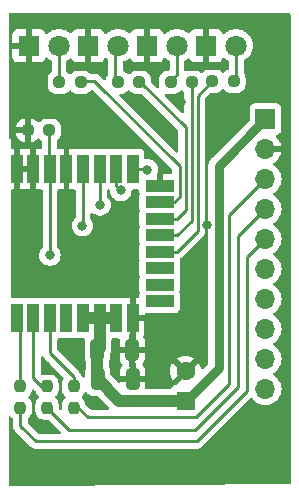
<source format=gtl>
%TF.GenerationSoftware,KiCad,Pcbnew,7.0.10*%
%TF.CreationDate,2024-03-15T22:51:05-04:00*%
%TF.ProjectId,DW1000 BU-01,44573130-3030-4204-9255-2d30312e6b69,rev?*%
%TF.SameCoordinates,Original*%
%TF.FileFunction,Copper,L1,Top*%
%TF.FilePolarity,Positive*%
%FSLAX46Y46*%
G04 Gerber Fmt 4.6, Leading zero omitted, Abs format (unit mm)*
G04 Created by KiCad (PCBNEW 7.0.10) date 2024-03-15 22:51:05*
%MOMM*%
%LPD*%
G01*
G04 APERTURE LIST*
G04 Aperture macros list*
%AMRoundRect*
0 Rectangle with rounded corners*
0 $1 Rounding radius*
0 $2 $3 $4 $5 $6 $7 $8 $9 X,Y pos of 4 corners*
0 Add a 4 corners polygon primitive as box body*
4,1,4,$2,$3,$4,$5,$6,$7,$8,$9,$2,$3,0*
0 Add four circle primitives for the rounded corners*
1,1,$1+$1,$2,$3*
1,1,$1+$1,$4,$5*
1,1,$1+$1,$6,$7*
1,1,$1+$1,$8,$9*
0 Add four rect primitives between the rounded corners*
20,1,$1+$1,$2,$3,$4,$5,0*
20,1,$1+$1,$4,$5,$6,$7,0*
20,1,$1+$1,$6,$7,$8,$9,0*
20,1,$1+$1,$8,$9,$2,$3,0*%
G04 Aperture macros list end*
%TA.AperFunction,SMDPad,CuDef*%
%ADD10RoundRect,0.237500X0.250000X0.237500X-0.250000X0.237500X-0.250000X-0.237500X0.250000X-0.237500X0*%
%TD*%
%TA.AperFunction,ComponentPad*%
%ADD11R,1.800000X1.800000*%
%TD*%
%TA.AperFunction,ComponentPad*%
%ADD12C,1.800000*%
%TD*%
%TA.AperFunction,SMDPad,CuDef*%
%ADD13RoundRect,0.250000X-0.325000X-0.650000X0.325000X-0.650000X0.325000X0.650000X-0.325000X0.650000X0*%
%TD*%
%TA.AperFunction,SMDPad,CuDef*%
%ADD14RoundRect,0.237500X-0.237500X0.250000X-0.237500X-0.250000X0.237500X-0.250000X0.237500X0.250000X0*%
%TD*%
%TA.AperFunction,ComponentPad*%
%ADD15R,1.700000X1.700000*%
%TD*%
%TA.AperFunction,ComponentPad*%
%ADD16O,1.700000X1.700000*%
%TD*%
%TA.AperFunction,ComponentPad*%
%ADD17R,1.600000X1.600000*%
%TD*%
%TA.AperFunction,ComponentPad*%
%ADD18C,1.600000*%
%TD*%
%TA.AperFunction,SMDPad,CuDef*%
%ADD19R,1.000000X2.450000*%
%TD*%
%TA.AperFunction,SMDPad,CuDef*%
%ADD20R,2.450000X1.000000*%
%TD*%
%TA.AperFunction,SMDPad,CuDef*%
%ADD21RoundRect,0.237500X-0.250000X-0.237500X0.250000X-0.237500X0.250000X0.237500X-0.250000X0.237500X0*%
%TD*%
%TA.AperFunction,ViaPad*%
%ADD22C,0.800000*%
%TD*%
%TA.AperFunction,Conductor*%
%ADD23C,1.000000*%
%TD*%
%TA.AperFunction,Conductor*%
%ADD24C,0.750000*%
%TD*%
%TA.AperFunction,Conductor*%
%ADD25C,0.250000*%
%TD*%
G04 APERTURE END LIST*
D10*
%TO.P,R5,1*%
%TO.N,Net-(DWM1-IRQ{slash}GPIO8)*%
X3198500Y-10160000D03*
%TO.P,R5,2*%
%TO.N,GND*%
X1373500Y-10160000D03*
%TD*%
D11*
%TO.P,D4,1,K*%
%TO.N,GND*%
X16475000Y-3000000D03*
D12*
%TO.P,D4,2,A*%
%TO.N,Net-(D4-A)*%
X19015000Y-3000000D03*
%TD*%
D13*
%TO.P,C2,1*%
%TO.N,+3.3V*%
X7275000Y-28750000D03*
%TO.P,C2,2*%
%TO.N,GND*%
X10225000Y-28750000D03*
%TD*%
D11*
%TO.P,D3,1,K*%
%TO.N,GND*%
X11475000Y-3000000D03*
D12*
%TO.P,D3,2,A*%
%TO.N,Net-(D3-A)*%
X14015000Y-3000000D03*
%TD*%
D13*
%TO.P,C1,1*%
%TO.N,+3.3V*%
X7300000Y-31250000D03*
%TO.P,C1,2*%
%TO.N,GND*%
X10250000Y-31250000D03*
%TD*%
D14*
%TO.P,R7,1*%
%TO.N,WAKEUP*%
X3000000Y-31837500D03*
%TO.P,R7,2*%
%TO.N,Net-(J1-Pin_4)*%
X3000000Y-33662500D03*
%TD*%
D15*
%TO.P,J1,1,Pin_1*%
%TO.N,+3.3V*%
X21500000Y-9210000D03*
D16*
%TO.P,J1,2,Pin_2*%
%TO.N,GND*%
X21500000Y-11750000D03*
%TO.P,J1,3,Pin_3*%
%TO.N,Net-(J1-Pin_3)*%
X21500000Y-14290000D03*
%TO.P,J1,4,Pin_4*%
%TO.N,Net-(J1-Pin_4)*%
X21500000Y-16830000D03*
%TO.P,J1,5,Pin_5*%
%TO.N,Net-(J1-Pin_5)*%
X21500000Y-19370000D03*
%TO.P,J1,6,Pin_6*%
%TO.N,Net-(DWM1-SPICSn)*%
X21500000Y-21910000D03*
%TO.P,J1,7,Pin_7*%
%TO.N,Net-(DWM1-SPIMOSI)*%
X21500000Y-24450000D03*
%TO.P,J1,8,Pin_8*%
%TO.N,Net-(DWM1-SPIMISO)*%
X21500000Y-26990000D03*
%TO.P,J1,9,Pin_9*%
%TO.N,Net-(DWM1-SPICLK)*%
X21500000Y-29530000D03*
%TO.P,J1,10,Pin_10*%
%TO.N,Net-(DWM1-IRQ{slash}GPIO8)*%
X21500000Y-32070000D03*
%TD*%
D11*
%TO.P,D1,1,K*%
%TO.N,GND*%
X1475000Y-3000000D03*
D12*
%TO.P,D1,2,A*%
%TO.N,Net-(D1-A)*%
X4015000Y-3000000D03*
%TD*%
D10*
%TO.P,R3,1*%
%TO.N,Net-(DWM1-GPIO2{slash}RXLED)*%
X15287000Y-6096000D03*
%TO.P,R3,2*%
%TO.N,Net-(D3-A)*%
X13462000Y-6096000D03*
%TD*%
D17*
%TO.P,C3,1*%
%TO.N,+3.3V*%
X14732000Y-33059380D03*
D18*
%TO.P,C3,2*%
%TO.N,GND*%
X14732000Y-30559380D03*
%TD*%
D19*
%TO.P,DWM1,1,EXTON*%
%TO.N,EXTON*%
X451200Y-26050000D03*
%TO.P,DWM1,2,WAKEUP*%
%TO.N,WAKEUP*%
X1851200Y-26050000D03*
%TO.P,DWM1,3,RSTn*%
%TO.N,RSTn*%
X3251200Y-26050000D03*
%TO.P,DWM1,4,GPIO7*%
%TO.N,unconnected-(DWM1-GPIO7-Pad4)*%
X4651200Y-26050000D03*
%TO.P,DWM1,5,VDDAON*%
%TO.N,+3.3V*%
X6051200Y-26050000D03*
%TO.P,DWM1,6,VDD3V3*%
X7451200Y-26050000D03*
%TO.P,DWM1,7,VDD3V3*%
X8851200Y-26050000D03*
%TO.P,DWM1,8,VSS*%
%TO.N,GND*%
X10251200Y-26050000D03*
D20*
%TO.P,DWM1,9,GPIO6/EXTRXE/SPIHA*%
%TO.N,unconnected-(DWM1-GPIO6{slash}EXTRXE{slash}SPIHA-Pad9)*%
X12546200Y-24650000D03*
%TO.P,DWM1,10,GPIO5/EXTTXE/SPIPOL*%
%TO.N,unconnected-(DWM1-GPIO5{slash}EXTTXE{slash}SPIPOL-Pad10)*%
X12546200Y-23250000D03*
%TO.P,DWM1,11,GPIO4/EXTPA*%
%TO.N,unconnected-(DWM1-GPIO4{slash}EXTPA-Pad11)*%
X12546200Y-21850000D03*
%TO.P,DWM1,12,GPIO3/TXLED*%
%TO.N,Net-(DWM1-GPIO3{slash}TXLED)*%
X12546200Y-20450000D03*
%TO.P,DWM1,13,GPIO2/RXLED*%
%TO.N,Net-(DWM1-GPIO2{slash}RXLED)*%
X12546200Y-19050000D03*
%TO.P,DWM1,14,GPIO1/SFDLED*%
%TO.N,Net-(DWM1-GPIO1{slash}SFDLED)*%
X12546200Y-17650000D03*
%TO.P,DWM1,15,GPIO0/RXOKLED*%
%TO.N,Net-(DWM1-GPIO0{slash}RXOKLED)*%
X12546200Y-16250000D03*
%TO.P,DWM1,16,VSS*%
%TO.N,GND*%
X12546200Y-14850000D03*
D19*
%TO.P,DWM1,17,SPICSn*%
%TO.N,Net-(DWM1-SPICSn)*%
X10250000Y-13450000D03*
%TO.P,DWM1,18,SPIMOSI*%
%TO.N,Net-(DWM1-SPIMOSI)*%
X8850000Y-13450000D03*
%TO.P,DWM1,19,SPIMISO*%
%TO.N,Net-(DWM1-SPIMISO)*%
X7451200Y-13450000D03*
%TO.P,DWM1,20,SPICLK*%
%TO.N,Net-(DWM1-SPICLK)*%
X6051200Y-13450000D03*
%TO.P,DWM1,21,VSS*%
%TO.N,GND*%
X4651200Y-13450000D03*
%TO.P,DWM1,22,IRQ/GPIO8*%
%TO.N,Net-(DWM1-IRQ{slash}GPIO8)*%
X3251200Y-13450000D03*
%TO.P,DWM1,23,VSS*%
%TO.N,GND*%
X1851200Y-13450000D03*
%TO.P,DWM1,24,VSS*%
X451200Y-13450000D03*
%TD*%
D11*
%TO.P,D2,1,K*%
%TO.N,GND*%
X6475000Y-3000000D03*
D12*
%TO.P,D2,2,A*%
%TO.N,Net-(D2-A)*%
X9015000Y-3000000D03*
%TD*%
D10*
%TO.P,R2,1*%
%TO.N,Net-(DWM1-GPIO1{slash}SFDLED)*%
X10818500Y-6096000D03*
%TO.P,R2,2*%
%TO.N,Net-(D2-A)*%
X8993500Y-6096000D03*
%TD*%
D21*
%TO.P,R4,1*%
%TO.N,Net-(DWM1-GPIO3{slash}TXLED)*%
X16994500Y-6000000D03*
%TO.P,R4,2*%
%TO.N,Net-(D4-A)*%
X18819500Y-6000000D03*
%TD*%
D10*
%TO.P,R1,1*%
%TO.N,Net-(DWM1-GPIO0{slash}RXOKLED)*%
X5865500Y-6096000D03*
%TO.P,R1,2*%
%TO.N,Net-(D1-A)*%
X4040500Y-6096000D03*
%TD*%
D14*
%TO.P,R6,1*%
%TO.N,EXTON*%
X750000Y-31837500D03*
%TO.P,R6,2*%
%TO.N,Net-(J1-Pin_5)*%
X750000Y-33662500D03*
%TD*%
%TO.P,R8,1*%
%TO.N,RSTn*%
X5250000Y-31837500D03*
%TO.P,R8,2*%
%TO.N,Net-(J1-Pin_3)*%
X5250000Y-33662500D03*
%TD*%
D22*
%TO.N,GND*%
X14351000Y-7747000D03*
X14859000Y-21590000D03*
X19500000Y-38500000D03*
X2921000Y-30099000D03*
X15875000Y-20066000D03*
X6858000Y-33274000D03*
X14605000Y-23876000D03*
X13000000Y-38500000D03*
X2667000Y-35179000D03*
X16510000Y-18161000D03*
X11938000Y-8890000D03*
X4572000Y-28575000D03*
X6750000Y-38500000D03*
%TO.N,Net-(DWM1-SPICSn)*%
X11500000Y-13500000D03*
%TO.N,Net-(DWM1-SPIMOSI)*%
X9250000Y-15250000D03*
%TO.N,Net-(DWM1-SPIMISO)*%
X7500000Y-16500000D03*
%TO.N,Net-(DWM1-SPICLK)*%
X6000000Y-18250000D03*
%TO.N,Net-(DWM1-IRQ{slash}GPIO8)*%
X3250000Y-20750000D03*
%TD*%
D23*
%TO.N,+3.3V*%
X7275000Y-28750000D02*
X7275000Y-31225000D01*
X7451200Y-26050000D02*
X7451200Y-28573800D01*
X6051200Y-26050000D02*
X7451200Y-26050000D01*
X7275000Y-31225000D02*
X7300000Y-31250000D01*
X7300000Y-31250000D02*
X9109380Y-33059380D01*
D24*
X17526000Y-30265380D02*
X14732000Y-33059380D01*
D23*
X8851200Y-26050000D02*
X7451200Y-26050000D01*
D24*
X17526000Y-13184000D02*
X17526000Y-30265380D01*
D23*
X9109380Y-33059380D02*
X14732000Y-33059380D01*
X7451200Y-28573800D02*
X7275000Y-28750000D01*
D24*
X21500000Y-9210000D02*
X17526000Y-13184000D01*
D25*
%TO.N,GND*%
X2085000Y-13216200D02*
X1851200Y-13450000D01*
%TO.N,Net-(D1-A)*%
X4015000Y-3000000D02*
X4015000Y-5930000D01*
X4015000Y-5930000D02*
X4085000Y-6000000D01*
%TO.N,Net-(D2-A)*%
X8775000Y-3240000D02*
X8775000Y-6000000D01*
X9015000Y-3000000D02*
X8775000Y-3240000D01*
%TO.N,Net-(D3-A)*%
X14015000Y-5416000D02*
X13462000Y-5969000D01*
X14015000Y-3000000D02*
X14015000Y-5416000D01*
%TO.N,Net-(D4-A)*%
X19015000Y-5945000D02*
X19070000Y-6000000D01*
X18430000Y-6000000D02*
X18430000Y-6070000D01*
X19015000Y-3000000D02*
X19015000Y-5945000D01*
%TO.N,EXTON*%
X750000Y-31837500D02*
X750000Y-26348800D01*
X750000Y-26348800D02*
X451200Y-26050000D01*
%TO.N,WAKEUP*%
X2525000Y-31837500D02*
X3000000Y-31837500D01*
X1851200Y-31163700D02*
X2525000Y-31837500D01*
X1851200Y-26050000D02*
X1851200Y-31163700D01*
%TO.N,RSTn*%
X3251200Y-26050000D02*
X3251200Y-29026505D01*
X5250000Y-31025305D02*
X5250000Y-31837500D01*
X3251200Y-29026505D02*
X5250000Y-31025305D01*
%TO.N,Net-(DWM1-GPIO3{slash}TXLED)*%
X14021200Y-20450000D02*
X15748000Y-18723200D01*
X12546200Y-20450000D02*
X14021200Y-20450000D01*
X15748000Y-18723200D02*
X15748000Y-7246500D01*
X15748000Y-7246500D02*
X16994500Y-6000000D01*
%TO.N,Net-(DWM1-GPIO2{slash}RXLED)*%
X15287000Y-5969000D02*
X15240000Y-6016000D01*
X15240000Y-17831200D02*
X14021200Y-19050000D01*
X14021200Y-19050000D02*
X12546200Y-19050000D01*
X15240000Y-6016000D02*
X15240000Y-17831200D01*
%TO.N,Net-(DWM1-GPIO1{slash}SFDLED)*%
X14021200Y-17650000D02*
X12546200Y-17650000D01*
X14732000Y-16939200D02*
X14021200Y-17650000D01*
X14732000Y-9882500D02*
X14732000Y-16939200D01*
X10818500Y-5969000D02*
X14732000Y-9882500D01*
%TO.N,Net-(DWM1-GPIO0{slash}RXOKLED)*%
X14224000Y-15776000D02*
X13750000Y-16250000D01*
X14224000Y-13224000D02*
X14224000Y-15776000D01*
X5865500Y-6000000D02*
X7000000Y-6000000D01*
X13750000Y-16250000D02*
X12546200Y-16250000D01*
X7000000Y-6000000D02*
X14224000Y-13224000D01*
%TO.N,Net-(DWM1-SPICSn)*%
X11450000Y-13450000D02*
X11500000Y-13500000D01*
X10250000Y-13450000D02*
X11450000Y-13450000D01*
%TO.N,Net-(DWM1-SPIMOSI)*%
X8850000Y-13450000D02*
X8850000Y-14850000D01*
X8850000Y-14850000D02*
X9250000Y-15250000D01*
%TO.N,Net-(DWM1-SPIMISO)*%
X7451200Y-13450000D02*
X7451200Y-16451200D01*
X7451200Y-16451200D02*
X7500000Y-16500000D01*
%TO.N,Net-(DWM1-SPICLK)*%
X6051200Y-13450000D02*
X6051200Y-18198800D01*
X6051200Y-18198800D02*
X6000000Y-18250000D01*
%TO.N,Net-(DWM1-IRQ{slash}GPIO8)*%
X3198500Y-10160000D02*
X3198500Y-13397300D01*
X3251200Y-13450000D02*
X3251200Y-20748800D01*
X3251200Y-20748800D02*
X3250000Y-20750000D01*
X3198500Y-13397300D02*
X3251200Y-13450000D01*
%TO.N,Net-(J1-Pin_3)*%
X5250000Y-33662500D02*
X5662500Y-33662500D01*
X15594380Y-34447000D02*
X18415000Y-31626380D01*
X5662500Y-33662500D02*
X6447000Y-34447000D01*
X18415000Y-31626380D02*
X18415000Y-17375000D01*
X18415000Y-17375000D02*
X21500000Y-14290000D01*
X6447000Y-34447000D02*
X15594380Y-34447000D01*
%TO.N,Net-(J1-Pin_4)*%
X3000000Y-33662500D02*
X4837500Y-35500000D01*
X19177000Y-31877000D02*
X19177000Y-19153000D01*
X19177000Y-19153000D02*
X21500000Y-16830000D01*
X15554000Y-35500000D02*
X19177000Y-31877000D01*
X4837500Y-35500000D02*
X15554000Y-35500000D01*
%TO.N,Net-(J1-Pin_5)*%
X2083000Y-36500000D02*
X15697000Y-36500000D01*
X750000Y-35167000D02*
X2083000Y-36500000D01*
X15697000Y-36500000D02*
X19939000Y-32258000D01*
X750000Y-33662500D02*
X750000Y-35167000D01*
X19939000Y-20931000D02*
X21500000Y-19370000D01*
X19939000Y-32258000D02*
X19939000Y-20931000D01*
%TD*%
%TA.AperFunction,Conductor*%
%TO.N,GND*%
G36*
X9949334Y-6773870D02*
G01*
X9993681Y-6802371D01*
X10107650Y-6916340D01*
X10254484Y-7006908D01*
X10418247Y-7061174D01*
X10519323Y-7071500D01*
X10985047Y-7071499D01*
X11052086Y-7091183D01*
X11072728Y-7107818D01*
X14070181Y-10105271D01*
X14103666Y-10166594D01*
X14106500Y-10192952D01*
X14106500Y-11922547D01*
X14086815Y-11989586D01*
X14034011Y-12035341D01*
X13964853Y-12045285D01*
X13901297Y-12016260D01*
X13894819Y-12010228D01*
X9167771Y-7283180D01*
X9134286Y-7221857D01*
X9139270Y-7152165D01*
X9181142Y-7096232D01*
X9246606Y-7071815D01*
X9255452Y-7071499D01*
X9292670Y-7071499D01*
X9292676Y-7071499D01*
X9393753Y-7061174D01*
X9557516Y-7006908D01*
X9704350Y-6916340D01*
X9818319Y-6802371D01*
X9879642Y-6768886D01*
X9949334Y-6773870D01*
G37*
%TD.AperFunction*%
%TA.AperFunction,Conductor*%
G36*
X14417834Y-6773870D02*
G01*
X14462181Y-6802371D01*
X14578181Y-6918371D01*
X14611666Y-6979694D01*
X14614500Y-7006052D01*
X14614500Y-8581047D01*
X14594815Y-8648086D01*
X14542011Y-8693841D01*
X14472853Y-8703785D01*
X14409297Y-8674760D01*
X14402819Y-8668728D01*
X13011406Y-7277315D01*
X12977921Y-7215992D01*
X12982905Y-7146300D01*
X13024777Y-7090367D01*
X13090241Y-7065950D01*
X13111687Y-7066275D01*
X13162823Y-7071500D01*
X13761176Y-7071499D01*
X13761184Y-7071498D01*
X13761187Y-7071498D01*
X13816530Y-7065844D01*
X13862253Y-7061174D01*
X14026016Y-7006908D01*
X14172850Y-6916340D01*
X14286819Y-6802371D01*
X14348142Y-6768886D01*
X14417834Y-6773870D01*
G37*
%TD.AperFunction*%
%TA.AperFunction,Conductor*%
G36*
X11277547Y-3410016D02*
G01*
X11407173Y-3450000D01*
X11508724Y-3450000D01*
X11609138Y-3434865D01*
X11725000Y-3379068D01*
X11725000Y-4400000D01*
X12422828Y-4400000D01*
X12422844Y-4399999D01*
X12482372Y-4393598D01*
X12482379Y-4393596D01*
X12617086Y-4343354D01*
X12617093Y-4343350D01*
X12732187Y-4257190D01*
X12732190Y-4257187D01*
X12818350Y-4142093D01*
X12818355Y-4142084D01*
X12847075Y-4065081D01*
X12888945Y-4009147D01*
X12954409Y-3984729D01*
X13022682Y-3999580D01*
X13054484Y-4024428D01*
X13063216Y-4033913D01*
X13063219Y-4033915D01*
X13063222Y-4033918D01*
X13246365Y-4176464D01*
X13246376Y-4176471D01*
X13324517Y-4218759D01*
X13374108Y-4267978D01*
X13389500Y-4327814D01*
X13389500Y-4996500D01*
X13369815Y-5063539D01*
X13317011Y-5109294D01*
X13265501Y-5120500D01*
X13162831Y-5120500D01*
X13162812Y-5120501D01*
X13061747Y-5130825D01*
X12897984Y-5185092D01*
X12897981Y-5185093D01*
X12751148Y-5275661D01*
X12629161Y-5397648D01*
X12538593Y-5544481D01*
X12538592Y-5544484D01*
X12484326Y-5708247D01*
X12484326Y-5708248D01*
X12484325Y-5708248D01*
X12474000Y-5809315D01*
X12474000Y-6382669D01*
X12474002Y-6382689D01*
X12479224Y-6433813D01*
X12466454Y-6502505D01*
X12418573Y-6553389D01*
X12350782Y-6570309D01*
X12284606Y-6547892D01*
X12268185Y-6534094D01*
X11842818Y-6108727D01*
X11809333Y-6047404D01*
X11806499Y-6021046D01*
X11806499Y-5809330D01*
X11806498Y-5809313D01*
X11796174Y-5708247D01*
X11765676Y-5616212D01*
X11741908Y-5544484D01*
X11651340Y-5397650D01*
X11529350Y-5275660D01*
X11418500Y-5207287D01*
X11382518Y-5185093D01*
X11382513Y-5185091D01*
X11335574Y-5169537D01*
X11218753Y-5130826D01*
X11218751Y-5130825D01*
X11117678Y-5120500D01*
X10519330Y-5120500D01*
X10519312Y-5120501D01*
X10418247Y-5130825D01*
X10254484Y-5185092D01*
X10254481Y-5185093D01*
X10107648Y-5275661D01*
X9993681Y-5389629D01*
X9932358Y-5423114D01*
X9862666Y-5418130D01*
X9818319Y-5389629D01*
X9704351Y-5275661D01*
X9704350Y-5275660D01*
X9557516Y-5185092D01*
X9557514Y-5185091D01*
X9557512Y-5185090D01*
X9557511Y-5185089D01*
X9485495Y-5161225D01*
X9428050Y-5121452D01*
X9401228Y-5056936D01*
X9400500Y-5043520D01*
X9400500Y-4436921D01*
X9420185Y-4369882D01*
X9472989Y-4324127D01*
X9484218Y-4319646D01*
X9579503Y-4286936D01*
X9783626Y-4176470D01*
X9929977Y-4062560D01*
X9994968Y-4036919D01*
X10063508Y-4050485D01*
X10113833Y-4098953D01*
X10122318Y-4117080D01*
X10131644Y-4142083D01*
X10131649Y-4142093D01*
X10217809Y-4257187D01*
X10217812Y-4257190D01*
X10332906Y-4343350D01*
X10332913Y-4343354D01*
X10467620Y-4393596D01*
X10467627Y-4393598D01*
X10527155Y-4399999D01*
X10527172Y-4400000D01*
X11225000Y-4400000D01*
X11225000Y-3374189D01*
X11277547Y-3410016D01*
G37*
%TD.AperFunction*%
%TA.AperFunction,Conductor*%
G36*
X6277547Y-3410016D02*
G01*
X6407173Y-3450000D01*
X6508724Y-3450000D01*
X6609138Y-3434865D01*
X6725000Y-3379068D01*
X6725000Y-4400000D01*
X7422828Y-4400000D01*
X7422844Y-4399999D01*
X7482372Y-4393598D01*
X7482379Y-4393596D01*
X7617086Y-4343354D01*
X7617093Y-4343350D01*
X7732187Y-4257190D01*
X7732190Y-4257187D01*
X7818350Y-4142093D01*
X7818355Y-4142084D01*
X7847075Y-4065081D01*
X7888945Y-4009147D01*
X7954409Y-3984729D01*
X8022682Y-3999580D01*
X8054484Y-4024428D01*
X8063216Y-4033913D01*
X8063219Y-4033915D01*
X8063221Y-4033918D01*
X8101661Y-4063836D01*
X8142475Y-4120546D01*
X8149500Y-4161690D01*
X8149500Y-5380576D01*
X8131039Y-5445672D01*
X8070095Y-5544477D01*
X8070092Y-5544484D01*
X8015826Y-5708247D01*
X8015826Y-5708248D01*
X8015825Y-5708248D01*
X8005500Y-5809315D01*
X8005500Y-5821547D01*
X7985815Y-5888586D01*
X7933011Y-5934341D01*
X7863853Y-5944285D01*
X7800297Y-5915260D01*
X7793819Y-5909228D01*
X7500803Y-5616212D01*
X7490980Y-5603950D01*
X7490759Y-5604134D01*
X7485786Y-5598122D01*
X7436771Y-5552094D01*
X7433972Y-5549381D01*
X7414477Y-5529885D01*
X7414471Y-5529880D01*
X7411286Y-5527409D01*
X7402434Y-5519848D01*
X7370582Y-5489938D01*
X7370580Y-5489936D01*
X7370577Y-5489935D01*
X7353029Y-5480288D01*
X7336763Y-5469604D01*
X7320932Y-5457324D01*
X7280849Y-5439978D01*
X7270363Y-5434841D01*
X7232094Y-5413803D01*
X7232092Y-5413802D01*
X7212693Y-5408822D01*
X7194281Y-5402518D01*
X7175898Y-5394562D01*
X7175892Y-5394560D01*
X7132760Y-5387729D01*
X7121322Y-5385361D01*
X7079020Y-5374500D01*
X7079019Y-5374500D01*
X7058984Y-5374500D01*
X7039586Y-5372973D01*
X7032162Y-5371797D01*
X7019805Y-5369840D01*
X7019804Y-5369840D01*
X6976325Y-5373950D01*
X6964656Y-5374500D01*
X6726552Y-5374500D01*
X6659513Y-5354815D01*
X6638871Y-5338181D01*
X6576351Y-5275661D01*
X6576350Y-5275660D01*
X6465500Y-5207287D01*
X6429518Y-5185093D01*
X6429513Y-5185091D01*
X6382574Y-5169537D01*
X6265753Y-5130826D01*
X6265751Y-5130825D01*
X6164678Y-5120500D01*
X5566330Y-5120500D01*
X5566312Y-5120501D01*
X5465247Y-5130825D01*
X5301484Y-5185092D01*
X5301481Y-5185093D01*
X5154648Y-5275661D01*
X5040681Y-5389629D01*
X4979358Y-5423114D01*
X4909666Y-5418130D01*
X4865319Y-5389629D01*
X4751351Y-5275661D01*
X4751350Y-5275660D01*
X4705352Y-5247288D01*
X4699401Y-5243617D01*
X4652678Y-5191668D01*
X4640500Y-5138079D01*
X4640500Y-4327814D01*
X4660185Y-4260775D01*
X4705483Y-4218759D01*
X4714200Y-4214041D01*
X4783626Y-4176470D01*
X4929977Y-4062560D01*
X4994968Y-4036919D01*
X5063508Y-4050485D01*
X5113833Y-4098953D01*
X5122318Y-4117080D01*
X5131644Y-4142083D01*
X5131649Y-4142093D01*
X5217809Y-4257187D01*
X5217812Y-4257190D01*
X5332906Y-4343350D01*
X5332913Y-4343354D01*
X5467620Y-4393596D01*
X5467627Y-4393598D01*
X5527155Y-4399999D01*
X5527172Y-4400000D01*
X6225000Y-4400000D01*
X6225000Y-3374189D01*
X6277547Y-3410016D01*
G37*
%TD.AperFunction*%
%TA.AperFunction,Conductor*%
G36*
X16277547Y-3410016D02*
G01*
X16407173Y-3450000D01*
X16508724Y-3450000D01*
X16609138Y-3434865D01*
X16725000Y-3379068D01*
X16725000Y-4400000D01*
X17422828Y-4400000D01*
X17422844Y-4399999D01*
X17482372Y-4393598D01*
X17482379Y-4393596D01*
X17617086Y-4343354D01*
X17617093Y-4343350D01*
X17732187Y-4257190D01*
X17732190Y-4257187D01*
X17818350Y-4142093D01*
X17818355Y-4142084D01*
X17847075Y-4065081D01*
X17888945Y-4009147D01*
X17954409Y-3984729D01*
X18022682Y-3999580D01*
X18054484Y-4024428D01*
X18063216Y-4033913D01*
X18063219Y-4033915D01*
X18063222Y-4033918D01*
X18246365Y-4176464D01*
X18246376Y-4176471D01*
X18324517Y-4218759D01*
X18374108Y-4267978D01*
X18389500Y-4327814D01*
X18389500Y-4955142D01*
X18369815Y-5022181D01*
X18317011Y-5067936D01*
X18304505Y-5072848D01*
X18255484Y-5089092D01*
X18108648Y-5179661D01*
X17994681Y-5293629D01*
X17933358Y-5327114D01*
X17863666Y-5322130D01*
X17819319Y-5293629D01*
X17705351Y-5179661D01*
X17705350Y-5179660D01*
X17558516Y-5089092D01*
X17394753Y-5034826D01*
X17394751Y-5034825D01*
X17293678Y-5024500D01*
X16695330Y-5024500D01*
X16695312Y-5024501D01*
X16594247Y-5034825D01*
X16430484Y-5089092D01*
X16430481Y-5089093D01*
X16283648Y-5179661D01*
X16180431Y-5282879D01*
X16119108Y-5316364D01*
X16049416Y-5311380D01*
X16005069Y-5282879D01*
X15997851Y-5275661D01*
X15997850Y-5275660D01*
X15887000Y-5207287D01*
X15851018Y-5185093D01*
X15851013Y-5185091D01*
X15804074Y-5169537D01*
X15687253Y-5130826D01*
X15687251Y-5130825D01*
X15586178Y-5120500D01*
X14987830Y-5120500D01*
X14987812Y-5120501D01*
X14886747Y-5130825D01*
X14886744Y-5130826D01*
X14803504Y-5158410D01*
X14733676Y-5160812D01*
X14673634Y-5125080D01*
X14642441Y-5062560D01*
X14640500Y-5040704D01*
X14640500Y-4327814D01*
X14660185Y-4260775D01*
X14705483Y-4218759D01*
X14714200Y-4214041D01*
X14783626Y-4176470D01*
X14929977Y-4062560D01*
X14994968Y-4036919D01*
X15063508Y-4050485D01*
X15113833Y-4098953D01*
X15122318Y-4117080D01*
X15131644Y-4142083D01*
X15131649Y-4142093D01*
X15217809Y-4257187D01*
X15217812Y-4257190D01*
X15332906Y-4343350D01*
X15332913Y-4343354D01*
X15467620Y-4393596D01*
X15467627Y-4393598D01*
X15527155Y-4399999D01*
X15527172Y-4400000D01*
X16225000Y-4400000D01*
X16225000Y-3374189D01*
X16277547Y-3410016D01*
G37*
%TD.AperFunction*%
%TA.AperFunction,Conductor*%
G36*
X22964375Y-250502D02*
G01*
X22967410Y-250518D01*
X23498662Y-253343D01*
X23565593Y-273384D01*
X23611067Y-326430D01*
X23622000Y-377341D01*
X23622000Y-40008658D01*
X23602315Y-40075697D01*
X23549511Y-40121452D01*
X23498660Y-40132656D01*
X1532376Y-40249498D01*
X1531716Y-40249500D01*
X-125500Y-40249500D01*
X-192539Y-40229815D01*
X-238294Y-40177011D01*
X-249500Y-40125500D01*
X-249500Y-34493552D01*
X-229815Y-34426513D01*
X-177011Y-34380758D01*
X-107853Y-34370814D01*
X-44297Y-34399839D01*
X-37819Y-34405871D01*
X51650Y-34495340D01*
X63920Y-34502908D01*
X65596Y-34503942D01*
X112321Y-34555890D01*
X124500Y-34609481D01*
X124500Y-35084255D01*
X122775Y-35099872D01*
X123061Y-35099899D01*
X122326Y-35107665D01*
X124439Y-35174872D01*
X124500Y-35178767D01*
X124500Y-35206357D01*
X125003Y-35210335D01*
X125918Y-35221967D01*
X127290Y-35265624D01*
X127291Y-35265627D01*
X132880Y-35284867D01*
X136824Y-35303911D01*
X139336Y-35323792D01*
X155414Y-35364403D01*
X159197Y-35375452D01*
X171381Y-35417388D01*
X181580Y-35434634D01*
X190138Y-35452103D01*
X197514Y-35470732D01*
X223181Y-35506060D01*
X229593Y-35515821D01*
X251828Y-35553417D01*
X251833Y-35553424D01*
X265990Y-35567580D01*
X278628Y-35582376D01*
X290405Y-35598586D01*
X290406Y-35598587D01*
X324057Y-35626425D01*
X332698Y-35634288D01*
X1582194Y-36883784D01*
X1592019Y-36896048D01*
X1592240Y-36895866D01*
X1597210Y-36901874D01*
X1646239Y-36947915D01*
X1649036Y-36950626D01*
X1668530Y-36970120D01*
X1671695Y-36972575D01*
X1680571Y-36980156D01*
X1712418Y-37010062D01*
X1712422Y-37010064D01*
X1729973Y-37019713D01*
X1746231Y-37030392D01*
X1762064Y-37042674D01*
X1797410Y-37057968D01*
X1802155Y-37060022D01*
X1812635Y-37065155D01*
X1850908Y-37086197D01*
X1870312Y-37091179D01*
X1888710Y-37097478D01*
X1907105Y-37105438D01*
X1950254Y-37112271D01*
X1961680Y-37114638D01*
X2003981Y-37125500D01*
X2024016Y-37125500D01*
X2043413Y-37127026D01*
X2063196Y-37130160D01*
X2106675Y-37126050D01*
X2118344Y-37125500D01*
X15614257Y-37125500D01*
X15629877Y-37127224D01*
X15629904Y-37126939D01*
X15637660Y-37127671D01*
X15637667Y-37127673D01*
X15704873Y-37125561D01*
X15708768Y-37125500D01*
X15736346Y-37125500D01*
X15736350Y-37125500D01*
X15740324Y-37124997D01*
X15751963Y-37124080D01*
X15795627Y-37122709D01*
X15814869Y-37117117D01*
X15833912Y-37113174D01*
X15853792Y-37110664D01*
X15894401Y-37094585D01*
X15905444Y-37090803D01*
X15947390Y-37078618D01*
X15964629Y-37068422D01*
X15982103Y-37059862D01*
X16000727Y-37052488D01*
X16000727Y-37052487D01*
X16000732Y-37052486D01*
X16036083Y-37026800D01*
X16045814Y-37020408D01*
X16083420Y-36998170D01*
X16097589Y-36983999D01*
X16112379Y-36971368D01*
X16128587Y-36959594D01*
X16156438Y-36925926D01*
X16164279Y-36917309D01*
X20224684Y-32856905D01*
X20286003Y-32823423D01*
X20355695Y-32828407D01*
X20411628Y-32870279D01*
X20413935Y-32873465D01*
X20461505Y-32941401D01*
X20628599Y-33108495D01*
X20725384Y-33176265D01*
X20822165Y-33244032D01*
X20822167Y-33244033D01*
X20822170Y-33244035D01*
X21036337Y-33343903D01*
X21264592Y-33405063D01*
X21452918Y-33421539D01*
X21499999Y-33425659D01*
X21500000Y-33425659D01*
X21500001Y-33425659D01*
X21539234Y-33422226D01*
X21735408Y-33405063D01*
X21963663Y-33343903D01*
X22177830Y-33244035D01*
X22371401Y-33108495D01*
X22538495Y-32941401D01*
X22674035Y-32747830D01*
X22773903Y-32533663D01*
X22835063Y-32305408D01*
X22855659Y-32070000D01*
X22835063Y-31834592D01*
X22773903Y-31606337D01*
X22674035Y-31392171D01*
X22590932Y-31273486D01*
X22538494Y-31198597D01*
X22371402Y-31031506D01*
X22371396Y-31031501D01*
X22185842Y-30901575D01*
X22142217Y-30846998D01*
X22135023Y-30777500D01*
X22166546Y-30715145D01*
X22185842Y-30698425D01*
X22270869Y-30638888D01*
X22371401Y-30568495D01*
X22538495Y-30401401D01*
X22674035Y-30207830D01*
X22773903Y-29993663D01*
X22835063Y-29765408D01*
X22855659Y-29530000D01*
X22835063Y-29294592D01*
X22773903Y-29066337D01*
X22674035Y-28852171D01*
X22649464Y-28817079D01*
X22538494Y-28658597D01*
X22371402Y-28491506D01*
X22371396Y-28491501D01*
X22185842Y-28361575D01*
X22142217Y-28306998D01*
X22135023Y-28237500D01*
X22166546Y-28175145D01*
X22185842Y-28158425D01*
X22208026Y-28142891D01*
X22371401Y-28028495D01*
X22538495Y-27861401D01*
X22674035Y-27667830D01*
X22773903Y-27453663D01*
X22835063Y-27225408D01*
X22855659Y-26990000D01*
X22835063Y-26754592D01*
X22773903Y-26526337D01*
X22674035Y-26312171D01*
X22538495Y-26118599D01*
X22538494Y-26118597D01*
X22371402Y-25951506D01*
X22371396Y-25951501D01*
X22185842Y-25821575D01*
X22142217Y-25766998D01*
X22135023Y-25697500D01*
X22166546Y-25635145D01*
X22185842Y-25618425D01*
X22221020Y-25593793D01*
X22371401Y-25488495D01*
X22538495Y-25321401D01*
X22674035Y-25127830D01*
X22773903Y-24913663D01*
X22835063Y-24685408D01*
X22855659Y-24450000D01*
X22835063Y-24214592D01*
X22773903Y-23986337D01*
X22674035Y-23772171D01*
X22538495Y-23578599D01*
X22538494Y-23578597D01*
X22371402Y-23411506D01*
X22371396Y-23411501D01*
X22185842Y-23281575D01*
X22142217Y-23226998D01*
X22135023Y-23157500D01*
X22166546Y-23095145D01*
X22185842Y-23078425D01*
X22208026Y-23062891D01*
X22371401Y-22948495D01*
X22538495Y-22781401D01*
X22674035Y-22587830D01*
X22773903Y-22373663D01*
X22835063Y-22145408D01*
X22855659Y-21910000D01*
X22835063Y-21674592D01*
X22773903Y-21446337D01*
X22674035Y-21232171D01*
X22646842Y-21193334D01*
X22538494Y-21038597D01*
X22371402Y-20871506D01*
X22371396Y-20871501D01*
X22185842Y-20741575D01*
X22142217Y-20686998D01*
X22135023Y-20617500D01*
X22166546Y-20555145D01*
X22185842Y-20538425D01*
X22208026Y-20522891D01*
X22371401Y-20408495D01*
X22538495Y-20241401D01*
X22674035Y-20047830D01*
X22773903Y-19833663D01*
X22835063Y-19605408D01*
X22855659Y-19370000D01*
X22835063Y-19134592D01*
X22773903Y-18906337D01*
X22674035Y-18692171D01*
X22540966Y-18502127D01*
X22538494Y-18498597D01*
X22371402Y-18331506D01*
X22371396Y-18331501D01*
X22185842Y-18201575D01*
X22142217Y-18146998D01*
X22135023Y-18077500D01*
X22166546Y-18015145D01*
X22185842Y-17998425D01*
X22208026Y-17982891D01*
X22371401Y-17868495D01*
X22538495Y-17701401D01*
X22674035Y-17507830D01*
X22773903Y-17293663D01*
X22835063Y-17065408D01*
X22855659Y-16830000D01*
X22835063Y-16594592D01*
X22773903Y-16366337D01*
X22674035Y-16152171D01*
X22659713Y-16131716D01*
X22538494Y-15958597D01*
X22371402Y-15791506D01*
X22371396Y-15791501D01*
X22185842Y-15661575D01*
X22142217Y-15606998D01*
X22135023Y-15537500D01*
X22166546Y-15475145D01*
X22185842Y-15458425D01*
X22280058Y-15392454D01*
X22371401Y-15328495D01*
X22538495Y-15161401D01*
X22674035Y-14967830D01*
X22773903Y-14753663D01*
X22835063Y-14525408D01*
X22855659Y-14290000D01*
X22835063Y-14054592D01*
X22773903Y-13826337D01*
X22674035Y-13612171D01*
X22602722Y-13510324D01*
X22538494Y-13418597D01*
X22371402Y-13251506D01*
X22371401Y-13251505D01*
X22185405Y-13121269D01*
X22141781Y-13066692D01*
X22134588Y-12997193D01*
X22166110Y-12934839D01*
X22185405Y-12918119D01*
X22371082Y-12788105D01*
X22538105Y-12621082D01*
X22673600Y-12427578D01*
X22773429Y-12213492D01*
X22773432Y-12213486D01*
X22830636Y-12000000D01*
X21933686Y-12000000D01*
X21959493Y-11959844D01*
X22000000Y-11821889D01*
X22000000Y-11678111D01*
X21959493Y-11540156D01*
X21933686Y-11500000D01*
X22830636Y-11500000D01*
X22830635Y-11499999D01*
X22773432Y-11286513D01*
X22773429Y-11286507D01*
X22673600Y-11072422D01*
X22673599Y-11072420D01*
X22538113Y-10878926D01*
X22538108Y-10878920D01*
X22416053Y-10756865D01*
X22382568Y-10695542D01*
X22387552Y-10625850D01*
X22429424Y-10569917D01*
X22460400Y-10553002D01*
X22592331Y-10503796D01*
X22707546Y-10417546D01*
X22793796Y-10302331D01*
X22844091Y-10167483D01*
X22850500Y-10107873D01*
X22850499Y-8312128D01*
X22844091Y-8252517D01*
X22793796Y-8117669D01*
X22793795Y-8117668D01*
X22793793Y-8117664D01*
X22707547Y-8002455D01*
X22707544Y-8002452D01*
X22592335Y-7916206D01*
X22592328Y-7916202D01*
X22457482Y-7865908D01*
X22457483Y-7865908D01*
X22397883Y-7859501D01*
X22397881Y-7859500D01*
X22397873Y-7859500D01*
X22397864Y-7859500D01*
X20602129Y-7859500D01*
X20602123Y-7859501D01*
X20542516Y-7865908D01*
X20407671Y-7916202D01*
X20407664Y-7916206D01*
X20292455Y-8002452D01*
X20292452Y-8002455D01*
X20206206Y-8117664D01*
X20206202Y-8117671D01*
X20155908Y-8252517D01*
X20149501Y-8312116D01*
X20149501Y-8312123D01*
X20149500Y-8312135D01*
X20149500Y-9270993D01*
X20129815Y-9338032D01*
X20113181Y-9358674D01*
X16935653Y-12536201D01*
X16928250Y-12543026D01*
X16886641Y-12578370D01*
X16837203Y-12643405D01*
X16835135Y-12646050D01*
X16783970Y-12709701D01*
X16783968Y-12709704D01*
X16783879Y-12709885D01*
X16771529Y-12729796D01*
X16771400Y-12729964D01*
X16771400Y-12729965D01*
X16737093Y-12804117D01*
X16735644Y-12807141D01*
X16699358Y-12880308D01*
X16699354Y-12880319D01*
X16699309Y-12880503D01*
X16691527Y-12902609D01*
X16691441Y-12902794D01*
X16691435Y-12902810D01*
X16673872Y-12982595D01*
X16673107Y-12985860D01*
X16653399Y-13065111D01*
X16653394Y-13065310D01*
X16650545Y-13088575D01*
X16650500Y-13088778D01*
X16650500Y-13170462D01*
X16650455Y-13173820D01*
X16648243Y-13255472D01*
X16648278Y-13255655D01*
X16650500Y-13279023D01*
X16650500Y-29851373D01*
X16630815Y-29918412D01*
X16614181Y-29939054D01*
X16211975Y-30341259D01*
X16150652Y-30374744D01*
X16080960Y-30369760D01*
X16025027Y-30327888D01*
X16004519Y-30285671D01*
X15958269Y-30113062D01*
X15958264Y-30113048D01*
X15862136Y-29906901D01*
X15862132Y-29906893D01*
X15811025Y-29833906D01*
X15129953Y-30514978D01*
X15117165Y-30434232D01*
X15059641Y-30321335D01*
X14970045Y-30231739D01*
X14857148Y-30174215D01*
X14776401Y-30161426D01*
X15457472Y-29480354D01*
X15384478Y-29429243D01*
X15178331Y-29333115D01*
X15178317Y-29333110D01*
X14958610Y-29274240D01*
X14958599Y-29274238D01*
X14732002Y-29254414D01*
X14731998Y-29254414D01*
X14505400Y-29274238D01*
X14505389Y-29274240D01*
X14285682Y-29333110D01*
X14285673Y-29333114D01*
X14079516Y-29429246D01*
X14079512Y-29429248D01*
X14006526Y-29480353D01*
X14006526Y-29480354D01*
X14687599Y-30161426D01*
X14606852Y-30174215D01*
X14493955Y-30231739D01*
X14404359Y-30321335D01*
X14346835Y-30434232D01*
X14334046Y-30514978D01*
X13652974Y-29833906D01*
X13652973Y-29833906D01*
X13601868Y-29906892D01*
X13601866Y-29906896D01*
X13505734Y-30113053D01*
X13505730Y-30113062D01*
X13446860Y-30332769D01*
X13446858Y-30332780D01*
X13427034Y-30559377D01*
X13427034Y-30559382D01*
X13446858Y-30785979D01*
X13446860Y-30785990D01*
X13505730Y-31005697D01*
X13505735Y-31005711D01*
X13601863Y-31211858D01*
X13652974Y-31284852D01*
X14334046Y-30603780D01*
X14346835Y-30684528D01*
X14404359Y-30797425D01*
X14493955Y-30887021D01*
X14606852Y-30944545D01*
X14687599Y-30957333D01*
X14001352Y-31643579D01*
X13991506Y-31692574D01*
X13942890Y-31742757D01*
X13887367Y-31757429D01*
X13887423Y-31758479D01*
X13887429Y-31758526D01*
X13887426Y-31758526D01*
X13887436Y-31758704D01*
X13884123Y-31758881D01*
X13824516Y-31765288D01*
X13689671Y-31815582D01*
X13689664Y-31815586D01*
X13574456Y-31901832D01*
X13574455Y-31901833D01*
X13574454Y-31901834D01*
X13549716Y-31934880D01*
X13494087Y-32009191D01*
X13438153Y-32051062D01*
X13394820Y-32058880D01*
X11449000Y-32058880D01*
X11381961Y-32039195D01*
X11336206Y-31986391D01*
X11325000Y-31934880D01*
X11325000Y-31500000D01*
X9175000Y-31500000D01*
X9157640Y-31517360D01*
X9096317Y-31550844D01*
X9026625Y-31545859D01*
X8982279Y-31517359D01*
X8411818Y-30946898D01*
X8378333Y-30885575D01*
X8375499Y-30859217D01*
X8375499Y-30549998D01*
X8375498Y-30549981D01*
X8364999Y-30447203D01*
X8364998Y-30447200D01*
X8349822Y-30401402D01*
X8309814Y-30280666D01*
X8306820Y-30275812D01*
X8293960Y-30254961D01*
X8275500Y-30189867D01*
X8275500Y-29766798D01*
X8284368Y-29726795D01*
X8282542Y-29726190D01*
X8284814Y-29719334D01*
X8339999Y-29552797D01*
X8350500Y-29450009D01*
X8350499Y-29043539D01*
X8361186Y-29000000D01*
X9150001Y-29000000D01*
X9150001Y-29449986D01*
X9160494Y-29552697D01*
X9215641Y-29719119D01*
X9215643Y-29719124D01*
X9307684Y-29868345D01*
X9364157Y-29924818D01*
X9397642Y-29986141D01*
X9392658Y-30055833D01*
X9364160Y-30100178D01*
X9332683Y-30131656D01*
X9240643Y-30280875D01*
X9240641Y-30280880D01*
X9185494Y-30447302D01*
X9185493Y-30447309D01*
X9175000Y-30550013D01*
X9175000Y-31000000D01*
X10000000Y-31000000D01*
X10000000Y-30183589D01*
X9977834Y-30142996D01*
X9975000Y-30116638D01*
X9975000Y-29000000D01*
X10475000Y-29000000D01*
X10475000Y-29816410D01*
X10497166Y-29857004D01*
X10500000Y-29883362D01*
X10500000Y-31000000D01*
X11324999Y-31000000D01*
X11324999Y-30550028D01*
X11324998Y-30550013D01*
X11314505Y-30447302D01*
X11259358Y-30280880D01*
X11259356Y-30280875D01*
X11167315Y-30131654D01*
X11110842Y-30075181D01*
X11077357Y-30013858D01*
X11082341Y-29944166D01*
X11110843Y-29899818D01*
X11142314Y-29868347D01*
X11234356Y-29719124D01*
X11234358Y-29719119D01*
X11289505Y-29552697D01*
X11289506Y-29552690D01*
X11299999Y-29449986D01*
X11300000Y-29449973D01*
X11300000Y-29000000D01*
X10475000Y-29000000D01*
X9975000Y-29000000D01*
X9150001Y-29000000D01*
X8361186Y-29000000D01*
X8364591Y-28986127D01*
X8385109Y-28946849D01*
X8393475Y-28917608D01*
X8398744Y-28902809D01*
X8410738Y-28874862D01*
X8410740Y-28874858D01*
X8422621Y-28817038D01*
X8424850Y-28807955D01*
X8441086Y-28751218D01*
X8443396Y-28720880D01*
X8445576Y-28705340D01*
X8451700Y-28675543D01*
X8451700Y-28616554D01*
X8452058Y-28607139D01*
X8456537Y-28548324D01*
X8452693Y-28518139D01*
X8451700Y-28502475D01*
X8451700Y-27899499D01*
X8471385Y-27832460D01*
X8524189Y-27786705D01*
X8575700Y-27775499D01*
X9045705Y-27775499D01*
X9112744Y-27795184D01*
X9158499Y-27847988D01*
X9168443Y-27917146D01*
X9163410Y-27938505D01*
X9160495Y-27947300D01*
X9160493Y-27947309D01*
X9150000Y-28050013D01*
X9150000Y-28500000D01*
X9975000Y-28500000D01*
X10475000Y-28500000D01*
X11299999Y-28500000D01*
X11299999Y-28050028D01*
X11299998Y-28050013D01*
X11289505Y-27947302D01*
X11234358Y-27780880D01*
X11234353Y-27780869D01*
X11171481Y-27678938D01*
X11153040Y-27611546D01*
X11173962Y-27544882D01*
X11177753Y-27539529D01*
X11194551Y-27517089D01*
X11194552Y-27517088D01*
X11244797Y-27382376D01*
X11244798Y-27382372D01*
X11251199Y-27322844D01*
X11251200Y-27322827D01*
X11251200Y-26300000D01*
X10501200Y-26300000D01*
X10501200Y-27740438D01*
X10481515Y-27807477D01*
X10475000Y-27815561D01*
X10475000Y-28500000D01*
X9975000Y-28500000D01*
X9975000Y-27384562D01*
X9994685Y-27317523D01*
X10001200Y-27309438D01*
X10001200Y-24325000D01*
X9703355Y-24325000D01*
X9643827Y-24331401D01*
X9643823Y-24331402D01*
X9595246Y-24349520D01*
X9525554Y-24354503D01*
X9508582Y-24349519D01*
X9458685Y-24330909D01*
X9458683Y-24330908D01*
X9399083Y-24324501D01*
X9399081Y-24324500D01*
X9399073Y-24324500D01*
X9399064Y-24324500D01*
X8303329Y-24324500D01*
X8303323Y-24324501D01*
X8243716Y-24330908D01*
X8194532Y-24349253D01*
X8124840Y-24354237D01*
X8107867Y-24349253D01*
X8058682Y-24330908D01*
X8058683Y-24330908D01*
X7999083Y-24324501D01*
X7999081Y-24324500D01*
X7999073Y-24324500D01*
X7999064Y-24324500D01*
X6903329Y-24324500D01*
X6903323Y-24324501D01*
X6843716Y-24330908D01*
X6794532Y-24349253D01*
X6724840Y-24354237D01*
X6707867Y-24349253D01*
X6658682Y-24330908D01*
X6658683Y-24330908D01*
X6599083Y-24324501D01*
X6599081Y-24324500D01*
X6599073Y-24324500D01*
X6599064Y-24324500D01*
X5503329Y-24324500D01*
X5503323Y-24324501D01*
X5443716Y-24330908D01*
X5394532Y-24349253D01*
X5324840Y-24354237D01*
X5307867Y-24349253D01*
X5258682Y-24330908D01*
X5258683Y-24330908D01*
X5199083Y-24324501D01*
X5199081Y-24324500D01*
X5199073Y-24324500D01*
X5199064Y-24324500D01*
X4103329Y-24324500D01*
X4103323Y-24324501D01*
X4043716Y-24330908D01*
X3994532Y-24349253D01*
X3924840Y-24354237D01*
X3907867Y-24349253D01*
X3858682Y-24330908D01*
X3858683Y-24330908D01*
X3799083Y-24324501D01*
X3799081Y-24324500D01*
X3799073Y-24324500D01*
X3799064Y-24324500D01*
X2703329Y-24324500D01*
X2703323Y-24324501D01*
X2643716Y-24330908D01*
X2594532Y-24349253D01*
X2524840Y-24354237D01*
X2507867Y-24349253D01*
X2458682Y-24330908D01*
X2458683Y-24330908D01*
X2399083Y-24324501D01*
X2399081Y-24324500D01*
X2399073Y-24324500D01*
X2399064Y-24324500D01*
X1303329Y-24324500D01*
X1303323Y-24324501D01*
X1243716Y-24330908D01*
X1194532Y-24349253D01*
X1124840Y-24354237D01*
X1107867Y-24349253D01*
X1058682Y-24330908D01*
X1058683Y-24330908D01*
X999083Y-24324501D01*
X999081Y-24324500D01*
X999073Y-24324500D01*
X999065Y-24324500D01*
X54000Y-24324500D01*
X-13039Y-24304815D01*
X-58794Y-24252011D01*
X-70000Y-24200500D01*
X-70000Y-15299000D01*
X-50315Y-15231961D01*
X2489Y-15186206D01*
X54000Y-15175000D01*
X201200Y-15175000D01*
X201200Y-13700000D01*
X701200Y-13700000D01*
X701200Y-15175000D01*
X999028Y-15175000D01*
X999044Y-15174999D01*
X1058577Y-15168597D01*
X1058578Y-15168597D01*
X1107865Y-15150214D01*
X1177556Y-15145228D01*
X1194535Y-15150214D01*
X1243821Y-15168597D01*
X1303355Y-15174999D01*
X1303372Y-15175000D01*
X1601200Y-15175000D01*
X1601200Y-13700000D01*
X701200Y-13700000D01*
X201200Y-13700000D01*
X201200Y-11725000D01*
X701200Y-11725000D01*
X701200Y-13200000D01*
X1601200Y-13200000D01*
X1601200Y-11725000D01*
X1303355Y-11725000D01*
X1243827Y-11731401D01*
X1243819Y-11731403D01*
X1194533Y-11749786D01*
X1124841Y-11754770D01*
X1107867Y-11749786D01*
X1058580Y-11731403D01*
X1058572Y-11731401D01*
X999044Y-11725000D01*
X701200Y-11725000D01*
X201200Y-11725000D01*
X54000Y-11725000D01*
X-13039Y-11705315D01*
X-58794Y-11652511D01*
X-70000Y-11601000D01*
X-70000Y-10860000D01*
X-125500Y-10860000D01*
X-192539Y-10840315D01*
X-238294Y-10787511D01*
X-249500Y-10736000D01*
X-249500Y-10410000D01*
X386001Y-10410000D01*
X386001Y-10446654D01*
X396319Y-10547652D01*
X450546Y-10711300D01*
X450551Y-10711311D01*
X541052Y-10858034D01*
X541055Y-10858038D01*
X662961Y-10979944D01*
X662965Y-10979947D01*
X809688Y-11070448D01*
X809699Y-11070453D01*
X973347Y-11124680D01*
X1074351Y-11134999D01*
X1623500Y-11134999D01*
X1672640Y-11134999D01*
X1672654Y-11134998D01*
X1773652Y-11124680D01*
X1937300Y-11070453D01*
X1937311Y-11070448D01*
X2084033Y-10979948D01*
X2197964Y-10866017D01*
X2259287Y-10832532D01*
X2328979Y-10837516D01*
X2373327Y-10866017D01*
X2487650Y-10980340D01*
X2514096Y-10996652D01*
X2560821Y-11048600D01*
X2573000Y-11102191D01*
X2573000Y-11605657D01*
X2553315Y-11672696D01*
X2500511Y-11718451D01*
X2435746Y-11728947D01*
X2399031Y-11725000D01*
X2101200Y-11725000D01*
X2101200Y-15175000D01*
X2399028Y-15175000D01*
X2399044Y-15174999D01*
X2458572Y-15168598D01*
X2466124Y-15166814D01*
X2466427Y-15168100D01*
X2528051Y-15163689D01*
X2589376Y-15197170D01*
X2622865Y-15258491D01*
X2625700Y-15284857D01*
X2625700Y-20049980D01*
X2606015Y-20117019D01*
X2593850Y-20132952D01*
X2517466Y-20217785D01*
X2422821Y-20381715D01*
X2422818Y-20381722D01*
X2370080Y-20544035D01*
X2364326Y-20561744D01*
X2344540Y-20750000D01*
X2364326Y-20938256D01*
X2364327Y-20938259D01*
X2422818Y-21118277D01*
X2422821Y-21118284D01*
X2517467Y-21282216D01*
X2644129Y-21422888D01*
X2797265Y-21534148D01*
X2797270Y-21534151D01*
X2970192Y-21611142D01*
X2970197Y-21611144D01*
X3155354Y-21650500D01*
X3155355Y-21650500D01*
X3344644Y-21650500D01*
X3344646Y-21650500D01*
X3529803Y-21611144D01*
X3702730Y-21534151D01*
X3855871Y-21422888D01*
X3982533Y-21282216D01*
X4077179Y-21118284D01*
X4135674Y-20938256D01*
X4155460Y-20750000D01*
X4135674Y-20561744D01*
X4077179Y-20381716D01*
X3982533Y-20217784D01*
X3908550Y-20135617D01*
X3878320Y-20072625D01*
X3876700Y-20052645D01*
X3876700Y-15284857D01*
X3896385Y-15217818D01*
X3949189Y-15172063D01*
X4018347Y-15162119D01*
X4042513Y-15168287D01*
X4043827Y-15168598D01*
X4103355Y-15174999D01*
X4103372Y-15175000D01*
X4401200Y-15175000D01*
X4401200Y-11725000D01*
X4103355Y-11725000D01*
X4043827Y-11731401D01*
X4043823Y-11731402D01*
X3995246Y-11749520D01*
X3925554Y-11754503D01*
X3908576Y-11749517D01*
X3904662Y-11748057D01*
X3848730Y-11706184D01*
X3824316Y-11640719D01*
X3824000Y-11631877D01*
X3824000Y-11102191D01*
X3843685Y-11035152D01*
X3882904Y-10996652D01*
X3885599Y-10994989D01*
X3909350Y-10980340D01*
X4031340Y-10858350D01*
X4121908Y-10711516D01*
X4176174Y-10547753D01*
X4186500Y-10446677D01*
X4186499Y-9873324D01*
X4176174Y-9772247D01*
X4121908Y-9608484D01*
X4031340Y-9461650D01*
X3909350Y-9339660D01*
X3798023Y-9270993D01*
X3762518Y-9249093D01*
X3762513Y-9249091D01*
X3761069Y-9248612D01*
X3598753Y-9194826D01*
X3598751Y-9194825D01*
X3497678Y-9184500D01*
X2899330Y-9184500D01*
X2899312Y-9184501D01*
X2798247Y-9194825D01*
X2634484Y-9249092D01*
X2634481Y-9249093D01*
X2487651Y-9339659D01*
X2373327Y-9453983D01*
X2312004Y-9487467D01*
X2242312Y-9482483D01*
X2197965Y-9453982D01*
X2084038Y-9340055D01*
X2084034Y-9340052D01*
X1937311Y-9249551D01*
X1937300Y-9249546D01*
X1773652Y-9195319D01*
X1672654Y-9185000D01*
X1623500Y-9185000D01*
X1623500Y-11134999D01*
X1074351Y-11134999D01*
X1123499Y-11134998D01*
X1123500Y-11134998D01*
X1123500Y-10410000D01*
X386001Y-10410000D01*
X-249500Y-10410000D01*
X-249500Y-9910000D01*
X386000Y-9910000D01*
X1123500Y-9910000D01*
X1123500Y-9185000D01*
X1123499Y-9184999D01*
X1074361Y-9185000D01*
X1074343Y-9185001D01*
X973347Y-9195319D01*
X809699Y-9249546D01*
X809688Y-9249551D01*
X662965Y-9340052D01*
X662961Y-9340055D01*
X541055Y-9461961D01*
X541052Y-9461965D01*
X450551Y-9608688D01*
X450546Y-9608699D01*
X396319Y-9772347D01*
X386000Y-9873345D01*
X386000Y-9910000D01*
X-249500Y-9910000D01*
X-249500Y-3947844D01*
X75000Y-3947844D01*
X81401Y-4007372D01*
X81403Y-4007379D01*
X131645Y-4142086D01*
X131649Y-4142093D01*
X217809Y-4257187D01*
X217812Y-4257190D01*
X332906Y-4343350D01*
X332913Y-4343354D01*
X467620Y-4393596D01*
X467627Y-4393598D01*
X527155Y-4399999D01*
X527172Y-4400000D01*
X1225000Y-4400000D01*
X1225000Y-3374189D01*
X1277547Y-3410016D01*
X1407173Y-3450000D01*
X1508724Y-3450000D01*
X1609138Y-3434865D01*
X1725000Y-3379068D01*
X1725000Y-4400000D01*
X2422828Y-4400000D01*
X2422844Y-4399999D01*
X2482372Y-4393598D01*
X2482379Y-4393596D01*
X2617086Y-4343354D01*
X2617093Y-4343350D01*
X2732187Y-4257190D01*
X2732190Y-4257187D01*
X2818350Y-4142093D01*
X2818355Y-4142084D01*
X2847075Y-4065081D01*
X2888945Y-4009147D01*
X2954409Y-3984729D01*
X3022682Y-3999580D01*
X3054484Y-4024428D01*
X3063216Y-4033913D01*
X3063219Y-4033915D01*
X3063222Y-4033918D01*
X3246365Y-4176464D01*
X3246376Y-4176471D01*
X3324517Y-4218759D01*
X3374108Y-4267978D01*
X3389500Y-4327814D01*
X3389500Y-5169537D01*
X3369815Y-5236576D01*
X3334989Y-5270764D01*
X3335317Y-5271179D01*
X3331464Y-5274225D01*
X3330601Y-5275073D01*
X3329652Y-5275658D01*
X3329649Y-5275660D01*
X3207661Y-5397648D01*
X3117093Y-5544481D01*
X3117092Y-5544484D01*
X3062826Y-5708247D01*
X3062826Y-5708248D01*
X3062825Y-5708248D01*
X3052500Y-5809315D01*
X3052500Y-6382669D01*
X3052501Y-6382687D01*
X3062825Y-6483752D01*
X3117092Y-6647515D01*
X3117093Y-6647518D01*
X3148447Y-6698350D01*
X3207660Y-6794350D01*
X3329650Y-6916340D01*
X3476484Y-7006908D01*
X3640247Y-7061174D01*
X3741323Y-7071500D01*
X4339676Y-7071499D01*
X4339684Y-7071498D01*
X4339687Y-7071498D01*
X4395030Y-7065844D01*
X4440753Y-7061174D01*
X4604516Y-7006908D01*
X4751350Y-6916340D01*
X4865319Y-6802371D01*
X4926642Y-6768886D01*
X4996334Y-6773870D01*
X5040681Y-6802371D01*
X5154650Y-6916340D01*
X5301484Y-7006908D01*
X5465247Y-7061174D01*
X5566323Y-7071500D01*
X6164676Y-7071499D01*
X6164684Y-7071498D01*
X6164687Y-7071498D01*
X6220030Y-7065844D01*
X6265753Y-7061174D01*
X6429516Y-7006908D01*
X6576350Y-6916340D01*
X6698340Y-6794350D01*
X6698342Y-6794346D01*
X6702823Y-6788681D01*
X6704507Y-6790013D01*
X6748598Y-6750345D01*
X6817559Y-6739112D01*
X6881645Y-6766946D01*
X6889887Y-6774477D01*
X13562181Y-13446771D01*
X13595666Y-13508094D01*
X13598500Y-13534452D01*
X13598500Y-13726000D01*
X13578815Y-13793039D01*
X13526011Y-13838794D01*
X13474500Y-13850000D01*
X12796200Y-13850000D01*
X12796200Y-14976000D01*
X12776515Y-15043039D01*
X12723711Y-15088794D01*
X12672200Y-15100000D01*
X12420200Y-15100000D01*
X12353161Y-15080315D01*
X12307406Y-15027511D01*
X12296200Y-14976000D01*
X12296200Y-13955166D01*
X12312813Y-13893166D01*
X12327179Y-13868284D01*
X12385674Y-13688256D01*
X12405460Y-13500000D01*
X12385674Y-13311744D01*
X12327179Y-13131716D01*
X12232533Y-12967784D01*
X12105871Y-12827112D01*
X12105870Y-12827111D01*
X11952734Y-12715851D01*
X11952729Y-12715848D01*
X11779807Y-12638857D01*
X11779802Y-12638855D01*
X11634001Y-12607865D01*
X11594646Y-12599500D01*
X11405354Y-12599500D01*
X11400273Y-12600580D01*
X11330606Y-12595259D01*
X11274875Y-12553119D01*
X11250774Y-12487538D01*
X11250499Y-12479288D01*
X11250499Y-12177129D01*
X11250498Y-12177123D01*
X11244091Y-12117516D01*
X11193797Y-11982671D01*
X11193793Y-11982664D01*
X11107547Y-11867455D01*
X11107544Y-11867452D01*
X10992335Y-11781206D01*
X10992328Y-11781202D01*
X10857482Y-11730908D01*
X10857483Y-11730908D01*
X10797883Y-11724501D01*
X10797881Y-11724500D01*
X10797873Y-11724500D01*
X10797864Y-11724500D01*
X9702129Y-11724500D01*
X9702123Y-11724501D01*
X9642516Y-11730908D01*
X9593332Y-11749253D01*
X9523640Y-11754237D01*
X9506667Y-11749253D01*
X9457482Y-11730908D01*
X9457483Y-11730908D01*
X9397883Y-11724501D01*
X9397881Y-11724500D01*
X9397873Y-11724500D01*
X9397864Y-11724500D01*
X8302129Y-11724500D01*
X8302123Y-11724501D01*
X8242520Y-11730908D01*
X8242517Y-11730908D01*
X8242517Y-11730909D01*
X8193930Y-11749030D01*
X8124240Y-11754013D01*
X8107268Y-11749029D01*
X8058685Y-11730909D01*
X8058683Y-11730908D01*
X7999083Y-11724501D01*
X7999081Y-11724500D01*
X7999073Y-11724500D01*
X7999064Y-11724500D01*
X6903329Y-11724500D01*
X6903323Y-11724501D01*
X6843716Y-11730908D01*
X6794532Y-11749253D01*
X6724840Y-11754237D01*
X6707867Y-11749253D01*
X6658682Y-11730908D01*
X6658683Y-11730908D01*
X6599083Y-11724501D01*
X6599081Y-11724500D01*
X6599073Y-11724500D01*
X6599064Y-11724500D01*
X5503329Y-11724500D01*
X5503323Y-11724501D01*
X5443717Y-11730908D01*
X5393816Y-11749520D01*
X5324125Y-11754503D01*
X5307153Y-11749519D01*
X5258583Y-11731403D01*
X5258572Y-11731401D01*
X5199044Y-11725000D01*
X4901200Y-11725000D01*
X4901200Y-15175000D01*
X5199028Y-15175000D01*
X5199044Y-15174999D01*
X5258572Y-15168598D01*
X5266124Y-15166814D01*
X5266427Y-15168100D01*
X5328051Y-15163689D01*
X5389376Y-15197170D01*
X5422865Y-15258491D01*
X5425700Y-15284857D01*
X5425700Y-17494448D01*
X5406015Y-17561487D01*
X5393850Y-17577420D01*
X5267466Y-17717784D01*
X5172821Y-17881715D01*
X5172818Y-17881722D01*
X5129467Y-18015145D01*
X5114326Y-18061744D01*
X5094540Y-18250000D01*
X5114326Y-18438256D01*
X5114327Y-18438259D01*
X5172818Y-18618277D01*
X5172821Y-18618284D01*
X5267467Y-18782216D01*
X5372707Y-18899096D01*
X5394129Y-18922888D01*
X5547265Y-19034148D01*
X5547270Y-19034151D01*
X5720192Y-19111142D01*
X5720197Y-19111144D01*
X5905354Y-19150500D01*
X5905355Y-19150500D01*
X6094644Y-19150500D01*
X6094646Y-19150500D01*
X6279803Y-19111144D01*
X6452730Y-19034151D01*
X6605871Y-18922888D01*
X6732533Y-18782216D01*
X6827179Y-18618284D01*
X6885674Y-18438256D01*
X6905460Y-18250000D01*
X6885674Y-18061744D01*
X6827179Y-17881716D01*
X6732533Y-17717784D01*
X6708550Y-17691148D01*
X6678320Y-17628156D01*
X6676700Y-17608176D01*
X6676700Y-17254439D01*
X6696385Y-17187400D01*
X6749189Y-17141645D01*
X6818347Y-17131701D01*
X6881903Y-17160726D01*
X6892846Y-17171463D01*
X6894129Y-17172888D01*
X6958031Y-17219315D01*
X7047265Y-17284148D01*
X7047270Y-17284151D01*
X7220192Y-17361142D01*
X7220197Y-17361144D01*
X7405354Y-17400500D01*
X7405355Y-17400500D01*
X7594644Y-17400500D01*
X7594646Y-17400500D01*
X7779803Y-17361144D01*
X7952730Y-17284151D01*
X8105871Y-17172888D01*
X8232533Y-17032216D01*
X8327179Y-16868284D01*
X8385674Y-16688256D01*
X8405460Y-16500000D01*
X8385674Y-16311744D01*
X8327179Y-16131716D01*
X8232533Y-15967784D01*
X8108550Y-15830087D01*
X8078320Y-15767096D01*
X8076700Y-15747115D01*
X8076700Y-15285838D01*
X8096385Y-15218799D01*
X8149189Y-15173044D01*
X8218347Y-15163100D01*
X8234953Y-15167340D01*
X8234962Y-15167306D01*
X8250060Y-15170873D01*
X8249439Y-15173500D01*
X8302031Y-15195266D01*
X8341897Y-15252647D01*
X8347575Y-15278879D01*
X8348380Y-15286538D01*
X8364326Y-15438256D01*
X8364327Y-15438259D01*
X8422818Y-15618277D01*
X8422821Y-15618284D01*
X8517467Y-15782216D01*
X8626320Y-15903109D01*
X8644129Y-15922888D01*
X8797265Y-16034148D01*
X8797270Y-16034151D01*
X8970192Y-16111142D01*
X8970197Y-16111144D01*
X9155354Y-16150500D01*
X9155355Y-16150500D01*
X9344644Y-16150500D01*
X9344646Y-16150500D01*
X9529803Y-16111144D01*
X9702730Y-16034151D01*
X9855871Y-15922888D01*
X9982533Y-15782216D01*
X10077179Y-15618284D01*
X10135674Y-15438256D01*
X10151620Y-15286535D01*
X10178203Y-15221923D01*
X10235501Y-15181938D01*
X10274940Y-15175499D01*
X10697200Y-15175499D01*
X10764239Y-15195184D01*
X10809994Y-15247988D01*
X10821200Y-15299499D01*
X10821200Y-15397844D01*
X10827601Y-15457372D01*
X10827603Y-15457383D01*
X10845719Y-15505953D01*
X10850703Y-15575644D01*
X10845720Y-15592616D01*
X10827108Y-15642517D01*
X10820701Y-15702116D01*
X10820700Y-15702135D01*
X10820700Y-16797870D01*
X10820701Y-16797876D01*
X10827108Y-16857482D01*
X10845453Y-16906666D01*
X10850437Y-16976358D01*
X10845453Y-16993331D01*
X10827109Y-17042514D01*
X10827108Y-17042516D01*
X10820701Y-17102116D01*
X10820700Y-17102135D01*
X10820700Y-18197870D01*
X10820701Y-18197876D01*
X10827108Y-18257482D01*
X10845453Y-18306666D01*
X10850437Y-18376358D01*
X10845453Y-18393331D01*
X10827109Y-18442514D01*
X10827108Y-18442516D01*
X10820701Y-18502116D01*
X10820700Y-18502135D01*
X10820700Y-19597870D01*
X10820701Y-19597876D01*
X10827108Y-19657482D01*
X10845453Y-19706666D01*
X10850437Y-19776358D01*
X10845453Y-19793331D01*
X10827109Y-19842514D01*
X10827108Y-19842516D01*
X10820701Y-19902116D01*
X10820700Y-19902135D01*
X10820700Y-20997870D01*
X10820701Y-20997876D01*
X10827108Y-21057482D01*
X10845453Y-21106666D01*
X10850437Y-21176358D01*
X10845453Y-21193331D01*
X10827109Y-21242514D01*
X10827108Y-21242516D01*
X10820701Y-21302116D01*
X10820701Y-21302123D01*
X10820700Y-21302135D01*
X10820700Y-22397870D01*
X10820701Y-22397876D01*
X10827108Y-22457482D01*
X10840204Y-22492593D01*
X10845452Y-22506665D01*
X10845453Y-22506666D01*
X10850437Y-22576358D01*
X10845453Y-22593331D01*
X10827109Y-22642514D01*
X10827108Y-22642516D01*
X10820701Y-22702116D01*
X10820701Y-22702123D01*
X10820700Y-22702135D01*
X10820700Y-23797870D01*
X10820701Y-23797876D01*
X10827108Y-23857482D01*
X10840204Y-23892593D01*
X10845452Y-23906665D01*
X10845453Y-23906666D01*
X10850437Y-23976358D01*
X10845453Y-23993331D01*
X10827109Y-24042514D01*
X10827108Y-24042516D01*
X10820701Y-24102116D01*
X10820701Y-24102123D01*
X10820700Y-24102135D01*
X10820700Y-24201000D01*
X10801015Y-24268039D01*
X10748211Y-24313794D01*
X10696700Y-24325000D01*
X10501200Y-24325000D01*
X10501200Y-25800000D01*
X11251200Y-25800000D01*
X11251200Y-25774499D01*
X11270885Y-25707460D01*
X11323689Y-25661705D01*
X11375195Y-25650499D01*
X13819072Y-25650499D01*
X13878683Y-25644091D01*
X14013531Y-25593796D01*
X14128746Y-25507546D01*
X14214996Y-25392331D01*
X14265291Y-25257483D01*
X14271700Y-25197873D01*
X14271699Y-24102128D01*
X14265291Y-24042517D01*
X14246947Y-23993334D01*
X14241962Y-23923643D01*
X14246947Y-23906665D01*
X14265289Y-23857488D01*
X14265291Y-23857483D01*
X14271700Y-23797873D01*
X14271699Y-22702128D01*
X14265291Y-22642517D01*
X14246947Y-22593334D01*
X14241962Y-22523643D01*
X14246947Y-22506665D01*
X14265289Y-22457488D01*
X14265291Y-22457483D01*
X14271700Y-22397873D01*
X14271699Y-21302128D01*
X14265291Y-21242517D01*
X14261432Y-21232171D01*
X14246947Y-21193334D01*
X14241962Y-21123643D01*
X14246946Y-21106667D01*
X14259756Y-21072322D01*
X14301626Y-21016390D01*
X14318487Y-21006966D01*
X14318092Y-21006247D01*
X14324926Y-21002489D01*
X14324927Y-21002487D01*
X14324932Y-21002486D01*
X14360283Y-20976800D01*
X14370014Y-20970408D01*
X14407620Y-20948170D01*
X14421789Y-20933999D01*
X14436579Y-20921368D01*
X14452787Y-20909594D01*
X14480638Y-20875926D01*
X14488479Y-20867309D01*
X16131787Y-19224001D01*
X16144042Y-19214186D01*
X16143859Y-19213964D01*
X16149868Y-19208991D01*
X16149877Y-19208986D01*
X16195949Y-19159922D01*
X16198566Y-19157223D01*
X16218120Y-19137671D01*
X16220576Y-19134503D01*
X16228156Y-19125627D01*
X16258062Y-19093782D01*
X16267715Y-19076220D01*
X16278389Y-19059970D01*
X16290673Y-19044136D01*
X16308019Y-19004050D01*
X16313157Y-18993562D01*
X16334196Y-18955293D01*
X16334197Y-18955292D01*
X16339177Y-18935891D01*
X16345478Y-18917488D01*
X16353438Y-18899096D01*
X16360272Y-18855941D01*
X16362635Y-18844531D01*
X16373500Y-18802219D01*
X16373500Y-18782183D01*
X16375027Y-18762782D01*
X16378160Y-18743004D01*
X16374050Y-18699524D01*
X16373500Y-18687855D01*
X16373500Y-7556951D01*
X16393185Y-7489912D01*
X16409815Y-7469274D01*
X16867271Y-7011817D01*
X16928594Y-6978333D01*
X16954952Y-6975499D01*
X17293670Y-6975499D01*
X17293676Y-6975499D01*
X17394753Y-6965174D01*
X17558516Y-6910908D01*
X17705350Y-6820340D01*
X17819319Y-6706371D01*
X17880642Y-6672886D01*
X17950334Y-6677870D01*
X17994681Y-6706371D01*
X18108650Y-6820340D01*
X18255484Y-6910908D01*
X18419247Y-6965174D01*
X18520323Y-6975500D01*
X19118676Y-6975499D01*
X19118684Y-6975498D01*
X19118687Y-6975498D01*
X19174030Y-6969844D01*
X19219753Y-6965174D01*
X19383516Y-6910908D01*
X19530350Y-6820340D01*
X19652340Y-6698350D01*
X19742908Y-6551516D01*
X19797174Y-6387753D01*
X19807500Y-6286677D01*
X19807499Y-5713324D01*
X19806980Y-5708248D01*
X19797174Y-5612247D01*
X19774717Y-5544477D01*
X19742908Y-5448484D01*
X19658960Y-5312383D01*
X19640500Y-5247288D01*
X19640500Y-4327814D01*
X19660185Y-4260775D01*
X19705483Y-4218759D01*
X19714200Y-4214041D01*
X19783626Y-4176470D01*
X19802616Y-4161690D01*
X19926739Y-4065081D01*
X19966784Y-4033913D01*
X20123979Y-3863153D01*
X20250924Y-3668849D01*
X20344157Y-3456300D01*
X20401134Y-3231305D01*
X20406524Y-3166260D01*
X20420300Y-3000006D01*
X20420300Y-2999993D01*
X20401135Y-2768702D01*
X20401133Y-2768691D01*
X20344157Y-2543699D01*
X20250924Y-2331151D01*
X20123983Y-2136852D01*
X20123980Y-2136849D01*
X20123979Y-2136847D01*
X19966784Y-1966087D01*
X19966779Y-1966083D01*
X19966777Y-1966081D01*
X19783634Y-1823535D01*
X19783628Y-1823531D01*
X19579504Y-1713064D01*
X19579495Y-1713061D01*
X19359984Y-1637702D01*
X19172404Y-1606401D01*
X19131049Y-1599500D01*
X18898951Y-1599500D01*
X18857596Y-1606401D01*
X18670015Y-1637702D01*
X18450504Y-1713061D01*
X18450495Y-1713064D01*
X18246371Y-1823531D01*
X18246365Y-1823535D01*
X18063222Y-1966081D01*
X18063215Y-1966087D01*
X18054484Y-1975572D01*
X17994595Y-2011561D01*
X17924757Y-2009458D01*
X17867143Y-1969932D01*
X17847075Y-1934918D01*
X17818355Y-1857915D01*
X17818350Y-1857906D01*
X17732190Y-1742812D01*
X17732187Y-1742809D01*
X17617093Y-1656649D01*
X17617086Y-1656645D01*
X17482379Y-1606403D01*
X17482372Y-1606401D01*
X17422844Y-1600000D01*
X16725000Y-1600000D01*
X16725000Y-2625810D01*
X16672453Y-2589984D01*
X16542827Y-2550000D01*
X16441276Y-2550000D01*
X16340862Y-2565135D01*
X16225000Y-2620931D01*
X16225000Y-1600000D01*
X15527155Y-1600000D01*
X15467627Y-1606401D01*
X15467620Y-1606403D01*
X15332913Y-1656645D01*
X15332906Y-1656649D01*
X15217812Y-1742809D01*
X15217809Y-1742812D01*
X15131649Y-1857906D01*
X15131645Y-1857914D01*
X15122318Y-1882920D01*
X15080445Y-1938853D01*
X15014981Y-1963268D01*
X14946708Y-1948415D01*
X14929975Y-1937437D01*
X14783634Y-1823535D01*
X14783628Y-1823531D01*
X14579504Y-1713064D01*
X14579495Y-1713061D01*
X14359984Y-1637702D01*
X14172404Y-1606401D01*
X14131049Y-1599500D01*
X13898951Y-1599500D01*
X13857596Y-1606401D01*
X13670015Y-1637702D01*
X13450504Y-1713061D01*
X13450495Y-1713064D01*
X13246371Y-1823531D01*
X13246365Y-1823535D01*
X13063222Y-1966081D01*
X13063215Y-1966087D01*
X13054484Y-1975572D01*
X12994595Y-2011561D01*
X12924757Y-2009458D01*
X12867143Y-1969932D01*
X12847075Y-1934918D01*
X12818355Y-1857915D01*
X12818350Y-1857906D01*
X12732190Y-1742812D01*
X12732187Y-1742809D01*
X12617093Y-1656649D01*
X12617086Y-1656645D01*
X12482379Y-1606403D01*
X12482372Y-1606401D01*
X12422844Y-1600000D01*
X11725000Y-1600000D01*
X11725000Y-2625810D01*
X11672453Y-2589984D01*
X11542827Y-2550000D01*
X11441276Y-2550000D01*
X11340862Y-2565135D01*
X11225000Y-2620931D01*
X11225000Y-1600000D01*
X10527155Y-1600000D01*
X10467627Y-1606401D01*
X10467620Y-1606403D01*
X10332913Y-1656645D01*
X10332906Y-1656649D01*
X10217812Y-1742809D01*
X10217809Y-1742812D01*
X10131649Y-1857906D01*
X10131645Y-1857914D01*
X10122318Y-1882920D01*
X10080445Y-1938853D01*
X10014981Y-1963268D01*
X9946708Y-1948415D01*
X9929975Y-1937437D01*
X9783634Y-1823535D01*
X9783628Y-1823531D01*
X9579504Y-1713064D01*
X9579495Y-1713061D01*
X9359984Y-1637702D01*
X9172404Y-1606401D01*
X9131049Y-1599500D01*
X8898951Y-1599500D01*
X8857596Y-1606401D01*
X8670015Y-1637702D01*
X8450504Y-1713061D01*
X8450495Y-1713064D01*
X8246371Y-1823531D01*
X8246365Y-1823535D01*
X8063222Y-1966081D01*
X8063215Y-1966087D01*
X8054484Y-1975572D01*
X7994595Y-2011561D01*
X7924757Y-2009458D01*
X7867143Y-1969932D01*
X7847075Y-1934918D01*
X7818355Y-1857915D01*
X7818350Y-1857906D01*
X7732190Y-1742812D01*
X7732187Y-1742809D01*
X7617093Y-1656649D01*
X7617086Y-1656645D01*
X7482379Y-1606403D01*
X7482372Y-1606401D01*
X7422844Y-1600000D01*
X6725000Y-1600000D01*
X6725000Y-2625810D01*
X6672453Y-2589984D01*
X6542827Y-2550000D01*
X6441276Y-2550000D01*
X6340862Y-2565135D01*
X6225000Y-2620931D01*
X6225000Y-1600000D01*
X5527155Y-1600000D01*
X5467627Y-1606401D01*
X5467620Y-1606403D01*
X5332913Y-1656645D01*
X5332906Y-1656649D01*
X5217812Y-1742809D01*
X5217809Y-1742812D01*
X5131649Y-1857906D01*
X5131645Y-1857914D01*
X5122318Y-1882920D01*
X5080445Y-1938853D01*
X5014981Y-1963268D01*
X4946708Y-1948415D01*
X4929975Y-1937437D01*
X4783634Y-1823535D01*
X4783628Y-1823531D01*
X4579504Y-1713064D01*
X4579495Y-1713061D01*
X4359984Y-1637702D01*
X4172404Y-1606401D01*
X4131049Y-1599500D01*
X3898951Y-1599500D01*
X3857596Y-1606401D01*
X3670015Y-1637702D01*
X3450504Y-1713061D01*
X3450495Y-1713064D01*
X3246371Y-1823531D01*
X3246365Y-1823535D01*
X3063222Y-1966081D01*
X3063215Y-1966087D01*
X3054484Y-1975572D01*
X2994595Y-2011561D01*
X2924757Y-2009458D01*
X2867143Y-1969932D01*
X2847075Y-1934918D01*
X2818355Y-1857915D01*
X2818350Y-1857906D01*
X2732190Y-1742812D01*
X2732187Y-1742809D01*
X2617093Y-1656649D01*
X2617086Y-1656645D01*
X2482379Y-1606403D01*
X2482372Y-1606401D01*
X2422844Y-1600000D01*
X1725000Y-1600000D01*
X1725000Y-2625810D01*
X1672453Y-2589984D01*
X1542827Y-2550000D01*
X1441276Y-2550000D01*
X1340862Y-2565135D01*
X1225000Y-2620931D01*
X1225000Y-1600000D01*
X527155Y-1600000D01*
X467627Y-1606401D01*
X467620Y-1606403D01*
X332913Y-1656645D01*
X332906Y-1656649D01*
X217812Y-1742809D01*
X217809Y-1742812D01*
X131649Y-1857906D01*
X131645Y-1857913D01*
X81403Y-1992620D01*
X81401Y-1992627D01*
X75000Y-2052155D01*
X75000Y-2750000D01*
X1099722Y-2750000D01*
X1051375Y-2833740D01*
X1021190Y-2965992D01*
X1031327Y-3101265D01*
X1080887Y-3227541D01*
X1098797Y-3250000D01*
X75000Y-3250000D01*
X75000Y-3947844D01*
X-249500Y-3947844D01*
X-249500Y-374500D01*
X-229815Y-307461D01*
X-177011Y-261706D01*
X-125500Y-250500D01*
X22963716Y-250500D01*
X22964375Y-250502D01*
G37*
%TD.AperFunction*%
%TA.AperFunction,Conductor*%
G36*
X1929862Y-32126953D02*
G01*
X2011153Y-32208244D01*
X2041177Y-32256919D01*
X2069252Y-32341642D01*
X2089091Y-32401513D01*
X2089093Y-32401518D01*
X2179661Y-32548351D01*
X2293629Y-32662319D01*
X2327114Y-32723642D01*
X2322130Y-32793334D01*
X2293629Y-32837681D01*
X2179661Y-32951648D01*
X2089093Y-33098481D01*
X2089091Y-33098486D01*
X2080541Y-33124289D01*
X2034826Y-33262247D01*
X2034826Y-33262248D01*
X2034825Y-33262248D01*
X2024500Y-33363315D01*
X2024500Y-33961669D01*
X2024501Y-33961687D01*
X2034825Y-34062752D01*
X2071109Y-34172249D01*
X2089092Y-34226516D01*
X2179660Y-34373350D01*
X2301650Y-34495340D01*
X2448484Y-34585908D01*
X2612247Y-34640174D01*
X2713323Y-34650500D01*
X3052047Y-34650499D01*
X3119086Y-34670183D01*
X3139728Y-34686818D01*
X4115728Y-35662819D01*
X4149213Y-35724142D01*
X4144229Y-35793834D01*
X4102357Y-35849767D01*
X4036893Y-35874184D01*
X4028047Y-35874500D01*
X2393452Y-35874500D01*
X2326413Y-35854815D01*
X2305771Y-35838181D01*
X1411819Y-34944228D01*
X1378334Y-34882905D01*
X1375500Y-34856547D01*
X1375500Y-34609481D01*
X1395185Y-34542442D01*
X1434404Y-34503942D01*
X1435295Y-34503392D01*
X1448350Y-34495340D01*
X1570340Y-34373350D01*
X1660908Y-34226516D01*
X1715174Y-34062753D01*
X1725500Y-33961677D01*
X1725499Y-33363324D01*
X1723515Y-33343905D01*
X1715174Y-33262247D01*
X1709138Y-33244032D01*
X1660908Y-33098484D01*
X1570340Y-32951650D01*
X1456371Y-32837681D01*
X1422886Y-32776358D01*
X1427870Y-32706666D01*
X1456371Y-32662319D01*
X1478692Y-32639998D01*
X1570340Y-32548350D01*
X1660908Y-32401516D01*
X1715174Y-32237753D01*
X1718823Y-32202032D01*
X1745218Y-32137341D01*
X1802399Y-32097189D01*
X1872210Y-32094325D01*
X1929862Y-32126953D01*
G37*
%TD.AperFunction*%
%TA.AperFunction,Conductor*%
G36*
X2681903Y-29312580D02*
G01*
X2701016Y-29333406D01*
X2719277Y-29358540D01*
X2724381Y-29365565D01*
X2730793Y-29375326D01*
X2753028Y-29412922D01*
X2753033Y-29412929D01*
X2767190Y-29427085D01*
X2779828Y-29441881D01*
X2785732Y-29450008D01*
X2791606Y-29458092D01*
X2818516Y-29480354D01*
X2825257Y-29485930D01*
X2833898Y-29493793D01*
X4374482Y-31034377D01*
X4407967Y-31095700D01*
X4402983Y-31165392D01*
X4392340Y-31187154D01*
X4339095Y-31273477D01*
X4339092Y-31273484D01*
X4284826Y-31437247D01*
X4284826Y-31437248D01*
X4284825Y-31437248D01*
X4274500Y-31538315D01*
X4274500Y-32136669D01*
X4274501Y-32136687D01*
X4284825Y-32237752D01*
X4307243Y-32305403D01*
X4338288Y-32399091D01*
X4339092Y-32401515D01*
X4339093Y-32401518D01*
X4429661Y-32548351D01*
X4543629Y-32662319D01*
X4577114Y-32723642D01*
X4572130Y-32793334D01*
X4543629Y-32837681D01*
X4429661Y-32951648D01*
X4339093Y-33098481D01*
X4339091Y-33098486D01*
X4330541Y-33124289D01*
X4284826Y-33262247D01*
X4284826Y-33262248D01*
X4284825Y-33262248D01*
X4274500Y-33363315D01*
X4274500Y-33753047D01*
X4254815Y-33820086D01*
X4202011Y-33865841D01*
X4132853Y-33875785D01*
X4069297Y-33846760D01*
X4062819Y-33840728D01*
X4011818Y-33789727D01*
X3978333Y-33728404D01*
X3975499Y-33702046D01*
X3975499Y-33363330D01*
X3975498Y-33363313D01*
X3965174Y-33262247D01*
X3959138Y-33244032D01*
X3910908Y-33098484D01*
X3820340Y-32951650D01*
X3706371Y-32837681D01*
X3672886Y-32776358D01*
X3677870Y-32706666D01*
X3706371Y-32662319D01*
X3728692Y-32639998D01*
X3820340Y-32548350D01*
X3910908Y-32401516D01*
X3965174Y-32237753D01*
X3975500Y-32136677D01*
X3975499Y-31538324D01*
X3973357Y-31517359D01*
X3965174Y-31437247D01*
X3950237Y-31392171D01*
X3910908Y-31273484D01*
X3820340Y-31126650D01*
X3698350Y-31004660D01*
X3551516Y-30914092D01*
X3387753Y-30859826D01*
X3387751Y-30859825D01*
X3286678Y-30849500D01*
X2713330Y-30849500D01*
X2713312Y-30849501D01*
X2613301Y-30859718D01*
X2544608Y-30846948D01*
X2493724Y-30799067D01*
X2476700Y-30736360D01*
X2476700Y-29406293D01*
X2496385Y-29339254D01*
X2549189Y-29293499D01*
X2618347Y-29283555D01*
X2681903Y-29312580D01*
G37*
%TD.AperFunction*%
%TA.AperFunction,Conductor*%
G36*
X6334767Y-32327120D02*
G01*
X6375778Y-32364592D01*
X6377807Y-32362989D01*
X6382288Y-32368656D01*
X6506344Y-32492712D01*
X6655666Y-32584814D01*
X6822203Y-32639999D01*
X6924991Y-32650500D01*
X7234216Y-32650499D01*
X7301255Y-32670183D01*
X7321897Y-32686818D01*
X8244898Y-33609819D01*
X8278383Y-33671142D01*
X8273399Y-33740834D01*
X8231527Y-33796767D01*
X8166063Y-33821184D01*
X8157217Y-33821500D01*
X6757452Y-33821500D01*
X6690413Y-33801815D01*
X6669771Y-33785181D01*
X6254142Y-33369551D01*
X6220657Y-33308228D01*
X6218465Y-33294469D01*
X6215174Y-33262247D01*
X6209138Y-33244032D01*
X6160908Y-33098484D01*
X6070340Y-32951650D01*
X5956371Y-32837681D01*
X5922886Y-32776358D01*
X5927870Y-32706666D01*
X5956371Y-32662319D01*
X5978692Y-32639998D01*
X6070340Y-32548350D01*
X6160908Y-32401516D01*
X6161713Y-32399086D01*
X6162714Y-32397639D01*
X6163958Y-32394973D01*
X6164413Y-32395185D01*
X6201477Y-32341642D01*
X6265990Y-32314812D01*
X6334767Y-32327120D01*
G37*
%TD.AperFunction*%
%TA.AperFunction,Conductor*%
G36*
X5394533Y-27750747D02*
G01*
X5443708Y-27769088D01*
X5443711Y-27769089D01*
X5443717Y-27769091D01*
X5503327Y-27775500D01*
X6095178Y-27775499D01*
X6162217Y-27795183D01*
X6207972Y-27847987D01*
X6217916Y-27917146D01*
X6212886Y-27938496D01*
X6211256Y-27943415D01*
X6210000Y-27947205D01*
X6199500Y-28049983D01*
X6199500Y-29450001D01*
X6199501Y-29450018D01*
X6210000Y-29552796D01*
X6210001Y-29552799D01*
X6257299Y-29695534D01*
X6265116Y-29719124D01*
X6267458Y-29726190D01*
X6265631Y-29726795D01*
X6274500Y-29766798D01*
X6274500Y-30307993D01*
X6268206Y-30346997D01*
X6235001Y-30447203D01*
X6235000Y-30447204D01*
X6224500Y-30549983D01*
X6224500Y-30981448D01*
X6204815Y-31048487D01*
X6152011Y-31094242D01*
X6082853Y-31104186D01*
X6019297Y-31075161D01*
X6012819Y-31069129D01*
X5948350Y-31004660D01*
X5948346Y-31004657D01*
X5924448Y-30989916D01*
X5877724Y-30937967D01*
X5870475Y-30918988D01*
X5868031Y-30910579D01*
X5867122Y-30907449D01*
X5863174Y-30888391D01*
X5860664Y-30868513D01*
X5857182Y-30859718D01*
X5844588Y-30827909D01*
X5840804Y-30816857D01*
X5828618Y-30774914D01*
X5828616Y-30774911D01*
X5818423Y-30757676D01*
X5809861Y-30740199D01*
X5802487Y-30721574D01*
X5776816Y-30686242D01*
X5770405Y-30676482D01*
X5748170Y-30638885D01*
X5748168Y-30638883D01*
X5748165Y-30638879D01*
X5734006Y-30624720D01*
X5721368Y-30609924D01*
X5709594Y-30593718D01*
X5679104Y-30568495D01*
X5675940Y-30565877D01*
X5667299Y-30558014D01*
X3913019Y-28803733D01*
X3879534Y-28742410D01*
X3876700Y-28716052D01*
X3876700Y-27885391D01*
X3896385Y-27818352D01*
X3949189Y-27772597D01*
X4018347Y-27762653D01*
X4041734Y-27768622D01*
X4043713Y-27769089D01*
X4043717Y-27769091D01*
X4103327Y-27775500D01*
X5199072Y-27775499D01*
X5258683Y-27769091D01*
X5307865Y-27750746D01*
X5377555Y-27745761D01*
X5394533Y-27750747D01*
G37*
%TD.AperFunction*%
%TD*%
M02*

</source>
